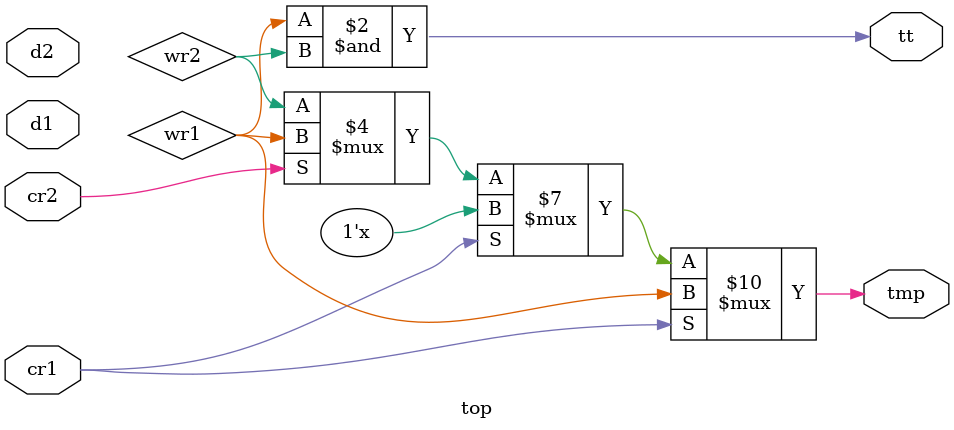
<source format=sv>
module top (
    input wire d1,
    input wire d2,
    input wire cr1,
    input wire cr2,
    output wire tmp,
    output wire tt
);

    always @(*) begin
        if (cr1)
            tmp = wr1;
        else if (cr2)
            tmp = wr1;
        else
            tmp = wr2;
    end

    assign tt = wr1 & wr2;

endmodule

// module top (
//     input a_in, b_in, c_in, d_in,
//     input [1:0] sel,
//     output d_out
// );
//     always @* begin
//         case (sel)
//             2'b00 : d_out = a_in;
//             2'b01 : d_out = b_in;
//             2'b10 : d_out = c_in;
//             2'b11 : d_out = d_in;
//         endcase
//     end
// endmodule
</source>
